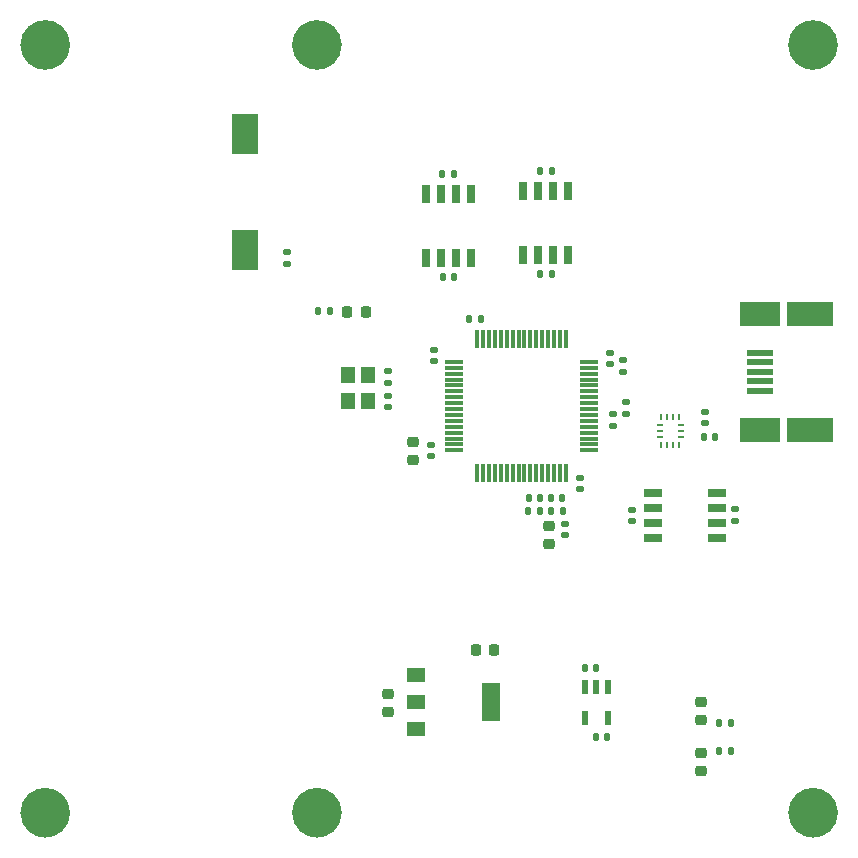
<source format=gbr>
%TF.GenerationSoftware,KiCad,Pcbnew,8.0.4*%
%TF.CreationDate,2024-08-28T23:43:30-07:00*%
%TF.ProjectId,Modubot,4d6f6475-626f-4742-9e6b-696361645f70,rev?*%
%TF.SameCoordinates,Original*%
%TF.FileFunction,Paste,Top*%
%TF.FilePolarity,Positive*%
%FSLAX46Y46*%
G04 Gerber Fmt 4.6, Leading zero omitted, Abs format (unit mm)*
G04 Created by KiCad (PCBNEW 8.0.4) date 2024-08-28 23:43:30*
%MOMM*%
%LPD*%
G01*
G04 APERTURE LIST*
G04 Aperture macros list*
%AMRoundRect*
0 Rectangle with rounded corners*
0 $1 Rounding radius*
0 $2 $3 $4 $5 $6 $7 $8 $9 X,Y pos of 4 corners*
0 Add a 4 corners polygon primitive as box body*
4,1,4,$2,$3,$4,$5,$6,$7,$8,$9,$2,$3,0*
0 Add four circle primitives for the rounded corners*
1,1,$1+$1,$2,$3*
1,1,$1+$1,$4,$5*
1,1,$1+$1,$6,$7*
1,1,$1+$1,$8,$9*
0 Add four rect primitives between the rounded corners*
20,1,$1+$1,$2,$3,$4,$5,0*
20,1,$1+$1,$4,$5,$6,$7,0*
20,1,$1+$1,$6,$7,$8,$9,0*
20,1,$1+$1,$8,$9,$2,$3,0*%
G04 Aperture macros list end*
%ADD10C,2.100000*%
%ADD11RoundRect,0.218750X-0.218750X-0.256250X0.218750X-0.256250X0.218750X0.256250X-0.218750X0.256250X0*%
%ADD12RoundRect,0.140000X0.170000X-0.140000X0.170000X0.140000X-0.170000X0.140000X-0.170000X-0.140000X0*%
%ADD13RoundRect,0.225000X0.250000X-0.225000X0.250000X0.225000X-0.250000X0.225000X-0.250000X-0.225000X0*%
%ADD14RoundRect,0.135000X-0.135000X-0.185000X0.135000X-0.185000X0.135000X0.185000X-0.135000X0.185000X0*%
%ADD15RoundRect,0.135000X-0.185000X0.135000X-0.185000X-0.135000X0.185000X-0.135000X0.185000X0.135000X0*%
%ADD16R,1.600000X1.200000*%
%ADD17R,1.600000X3.300000*%
%ADD18RoundRect,0.140000X-0.140000X-0.170000X0.140000X-0.170000X0.140000X0.170000X-0.140000X0.170000X0*%
%ADD19RoundRect,0.135000X0.185000X-0.135000X0.185000X0.135000X-0.185000X0.135000X-0.185000X-0.135000X0*%
%ADD20R,1.200000X1.400000*%
%ADD21RoundRect,0.140000X0.140000X0.170000X-0.140000X0.170000X-0.140000X-0.170000X0.140000X-0.170000X0*%
%ADD22RoundRect,0.075000X-0.700000X-0.075000X0.700000X-0.075000X0.700000X0.075000X-0.700000X0.075000X0*%
%ADD23RoundRect,0.075000X-0.075000X-0.700000X0.075000X-0.700000X0.075000X0.700000X-0.075000X0.700000X0*%
%ADD24R,0.650000X1.500000*%
%ADD25R,0.250000X0.475000*%
%ADD26R,0.475000X0.250000*%
%ADD27RoundRect,0.140000X-0.170000X0.140000X-0.170000X-0.140000X0.170000X-0.140000X0.170000X0.140000X0*%
%ADD28R,1.500000X0.650000*%
%ADD29RoundRect,0.135000X0.135000X0.185000X-0.135000X0.185000X-0.135000X-0.185000X0.135000X-0.185000X0*%
%ADD30RoundRect,0.225000X0.225000X0.250000X-0.225000X0.250000X-0.225000X-0.250000X0.225000X-0.250000X0*%
%ADD31RoundRect,0.218750X0.256250X-0.218750X0.256250X0.218750X-0.256250X0.218750X-0.256250X-0.218750X0*%
%ADD32RoundRect,0.218750X-0.256250X0.218750X-0.256250X-0.218750X0.256250X-0.218750X0.256250X0.218750X0*%
%ADD33R,0.600000X1.150000*%
%ADD34R,2.250000X0.500000*%
%ADD35R,3.500000X2.050000*%
%ADD36R,4.000000X2.050000*%
%ADD37R,2.160000X3.350000*%
G04 APERTURE END LIST*
D10*
X114410200Y-73914000D02*
G75*
G02*
X112310200Y-73914000I-1050000J0D01*
G01*
X112310200Y-73914000D02*
G75*
G02*
X114410200Y-73914000I1050000J0D01*
G01*
X137410000Y-138920000D02*
G75*
G02*
X135310000Y-138920000I-1050000J0D01*
G01*
X135310000Y-138920000D02*
G75*
G02*
X137410000Y-138920000I1050000J0D01*
G01*
X137410200Y-73914000D02*
G75*
G02*
X135310200Y-73914000I-1050000J0D01*
G01*
X135310200Y-73914000D02*
G75*
G02*
X137410200Y-73914000I1050000J0D01*
G01*
X179420000Y-138920000D02*
G75*
G02*
X177320000Y-138920000I-1050000J0D01*
G01*
X177320000Y-138920000D02*
G75*
G02*
X179420000Y-138920000I1050000J0D01*
G01*
X114410000Y-138920000D02*
G75*
G02*
X112310000Y-138920000I-1050000J0D01*
G01*
X112310000Y-138920000D02*
G75*
G02*
X114410000Y-138920000I1050000J0D01*
G01*
X179410000Y-73920000D02*
G75*
G02*
X177310000Y-73920000I-1050000J0D01*
G01*
X177310000Y-73920000D02*
G75*
G02*
X179410000Y-73920000I1050000J0D01*
G01*
D11*
%TO.C,D3*%
X138912500Y-96520000D03*
X140487500Y-96520000D03*
%TD*%
D12*
%TO.C,C16*%
X142360000Y-104600000D03*
X142360000Y-103640000D03*
%TD*%
%TO.C,C6*%
X146260000Y-100700000D03*
X146260000Y-99740000D03*
%TD*%
D13*
%TO.C,C13*%
X142365000Y-130415000D03*
X142365000Y-128865000D03*
%TD*%
D14*
%TO.C,R4*%
X170400000Y-131339500D03*
X171420000Y-131339500D03*
%TD*%
D15*
%TO.C,R8*%
X171750000Y-113240000D03*
X171750000Y-114260000D03*
%TD*%
D16*
%TO.C,LDO2*%
X144730000Y-127240000D03*
X144730000Y-129540000D03*
X144730000Y-131840000D03*
D17*
X151130000Y-129540000D03*
%TD*%
D18*
%TO.C,C11*%
X159065648Y-126670000D03*
X160025648Y-126670000D03*
%TD*%
%TO.C,C8*%
X156212600Y-113360200D03*
X157172600Y-113360200D03*
%TD*%
D19*
%TO.C,R1*%
X162490000Y-105160000D03*
X162490000Y-104140000D03*
%TD*%
D20*
%TO.C,Y2*%
X139010000Y-101820000D03*
X139010000Y-104020000D03*
X140710000Y-104020000D03*
X140710000Y-101820000D03*
%TD*%
D14*
%TO.C,R11*%
X155240000Y-84600000D03*
X156260000Y-84600000D03*
%TD*%
D21*
%TO.C,C12*%
X160950000Y-132520000D03*
X159990000Y-132520000D03*
%TD*%
D22*
%TO.C,U1*%
X148010000Y-100740000D03*
X148010000Y-101240000D03*
X148010000Y-101740000D03*
X148010000Y-102240000D03*
X148010000Y-102740000D03*
X148010000Y-103240000D03*
X148010000Y-103740000D03*
X148010000Y-104240000D03*
X148010000Y-104740000D03*
X148010000Y-105240000D03*
X148010000Y-105740000D03*
X148010000Y-106240000D03*
X148010000Y-106740000D03*
X148010000Y-107240000D03*
X148010000Y-107740000D03*
X148010000Y-108240000D03*
D23*
X149935000Y-110165000D03*
X150435000Y-110165000D03*
X150935000Y-110165000D03*
X151435000Y-110165000D03*
X151935000Y-110165000D03*
X152435000Y-110165000D03*
X152935000Y-110165000D03*
X153435000Y-110165000D03*
X153935000Y-110165000D03*
X154435000Y-110165000D03*
X154935000Y-110165000D03*
X155435000Y-110165000D03*
X155935000Y-110165000D03*
X156435000Y-110165000D03*
X156935000Y-110165000D03*
X157435000Y-110165000D03*
D22*
X159360000Y-108240000D03*
X159360000Y-107740000D03*
X159360000Y-107240000D03*
X159360000Y-106740000D03*
X159360000Y-106240000D03*
X159360000Y-105740000D03*
X159360000Y-105240000D03*
X159360000Y-104740000D03*
X159360000Y-104240000D03*
X159360000Y-103740000D03*
X159360000Y-103240000D03*
X159360000Y-102740000D03*
X159360000Y-102240000D03*
X159360000Y-101740000D03*
X159360000Y-101240000D03*
X159360000Y-100740000D03*
D23*
X157435000Y-98815000D03*
X156935000Y-98815000D03*
X156435000Y-98815000D03*
X155935000Y-98815000D03*
X155435000Y-98815000D03*
X154935000Y-98815000D03*
X154435000Y-98815000D03*
X153935000Y-98815000D03*
X153435000Y-98815000D03*
X152935000Y-98815000D03*
X152435000Y-98815000D03*
X151935000Y-98815000D03*
X151435000Y-98815000D03*
X150935000Y-98815000D03*
X150435000Y-98815000D03*
X149935000Y-98815000D03*
%TD*%
D12*
%TO.C,C4*%
X146060000Y-108720000D03*
X146060000Y-107760000D03*
%TD*%
%TO.C,C9*%
X157378400Y-115415000D03*
X157378400Y-114455000D03*
%TD*%
D24*
%TO.C,CAN1*%
X145595000Y-91950000D03*
X146865000Y-91950000D03*
X148135000Y-91950000D03*
X149405000Y-91950000D03*
X149405000Y-86550000D03*
X148135000Y-86550000D03*
X146865000Y-86550000D03*
X145595000Y-86550000D03*
%TD*%
D25*
%TO.C,IMU1*%
X165530000Y-107766000D03*
X166030000Y-107766000D03*
X166530000Y-107766000D03*
X167030000Y-107766000D03*
D26*
X167192000Y-107103000D03*
X167192000Y-106603000D03*
X167192000Y-106103000D03*
D25*
X167030000Y-105440000D03*
X166530000Y-105440000D03*
X166030000Y-105440000D03*
X165530000Y-105440000D03*
D26*
X165368000Y-106103000D03*
X165368000Y-106603000D03*
X165368000Y-107103000D03*
%TD*%
D27*
%TO.C,C23*%
X169180000Y-104970000D03*
X169180000Y-105930000D03*
%TD*%
D18*
%TO.C,C19*%
X155270000Y-93300000D03*
X156230000Y-93300000D03*
%TD*%
D28*
%TO.C,CAN2*%
X164800000Y-111845000D03*
X164800000Y-113115000D03*
X164800000Y-114385000D03*
X164800000Y-115655000D03*
X170200000Y-115655000D03*
X170200000Y-114385000D03*
X170200000Y-113115000D03*
X170200000Y-111845000D03*
%TD*%
D18*
%TO.C,C24*%
X169140000Y-107080000D03*
X170100000Y-107080000D03*
%TD*%
D29*
%TO.C,R14*%
X137466800Y-96418400D03*
X136446800Y-96418400D03*
%TD*%
D30*
%TO.C,C14*%
X151340000Y-125140000D03*
X149790000Y-125140000D03*
%TD*%
D21*
%TO.C,C25*%
X155242200Y-112268000D03*
X154282200Y-112268000D03*
%TD*%
D12*
%TO.C,C15*%
X142360000Y-102500000D03*
X142360000Y-101540000D03*
%TD*%
D27*
%TO.C,C3*%
X161137600Y-100002400D03*
X161137600Y-100962400D03*
%TD*%
D21*
%TO.C,C26*%
X155216800Y-113360200D03*
X154256800Y-113360200D03*
%TD*%
D19*
%TO.C,R15*%
X161450000Y-106150000D03*
X161450000Y-105130000D03*
%TD*%
D14*
%TO.C,R3*%
X170390000Y-133720000D03*
X171410000Y-133720000D03*
%TD*%
D31*
%TO.C,D2*%
X168910000Y-131089500D03*
X168910000Y-129514500D03*
%TD*%
D27*
%TO.C,C10*%
X133858000Y-91468000D03*
X133858000Y-92428000D03*
%TD*%
D14*
%TO.C,R5*%
X146990000Y-84850000D03*
X148010000Y-84850000D03*
%TD*%
D32*
%TO.C,D1*%
X168910000Y-133832500D03*
X168910000Y-135407500D03*
%TD*%
D18*
%TO.C,C17*%
X147020000Y-93550000D03*
X147980000Y-93550000D03*
%TD*%
D31*
%TO.C,FB1*%
X155981400Y-116179700D03*
X155981400Y-114604700D03*
%TD*%
D27*
%TO.C,C5*%
X158660000Y-110560000D03*
X158660000Y-111520000D03*
%TD*%
D33*
%TO.C,LDO1*%
X160970000Y-128270000D03*
X160020000Y-128270000D03*
X159070000Y-128270000D03*
X159070000Y-130870000D03*
X160970000Y-130870000D03*
%TD*%
D27*
%TO.C,C18*%
X163029998Y-113270000D03*
X163029998Y-114230000D03*
%TD*%
D18*
%TO.C,C7*%
X156187200Y-112268000D03*
X157147200Y-112268000D03*
%TD*%
D15*
%TO.C,R2*%
X162306000Y-100582000D03*
X162306000Y-101602000D03*
%TD*%
D34*
%TO.C,J1*%
X173913800Y-99990000D03*
X173913800Y-100790000D03*
X173913800Y-101590000D03*
X173913800Y-102390000D03*
X173913800Y-103190000D03*
D35*
X173888800Y-96665000D03*
X173888800Y-106515000D03*
D36*
X178138800Y-96665000D03*
X178138800Y-106515000D03*
%TD*%
D24*
%TO.C,CAN3*%
X153845000Y-91700000D03*
X155115000Y-91700000D03*
X156385000Y-91700000D03*
X157655000Y-91700000D03*
X157655000Y-86300000D03*
X156385000Y-86300000D03*
X155115000Y-86300000D03*
X153845000Y-86300000D03*
%TD*%
D13*
%TO.C,C1*%
X144526000Y-109095000D03*
X144526000Y-107545000D03*
%TD*%
D18*
%TO.C,C2*%
X149270000Y-97120000D03*
X150230000Y-97120000D03*
%TD*%
D37*
%TO.C,SW3*%
X130302000Y-81435000D03*
X130302000Y-91285000D03*
%TD*%
M02*

</source>
